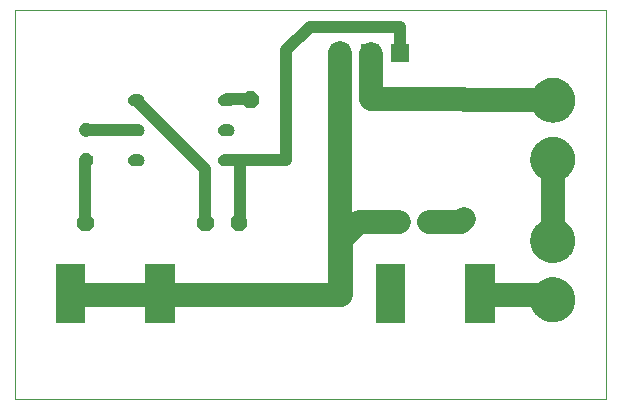
<source format=gtl>
G75*
G71*
%OFA0B0*%
%FSLAX23Y23*%
%IPPOS*%
%LPD*%
%ADD10C,0.1*%
%ADD11C,0.508*%
%ADD12C,1.016*%
%ADD13C,0.305*%
%ADD14C,2.032*%
%LPD*%D10*
X0Y0D02*
X0Y100D01*
X0Y200D01*
X0Y299D01*
X0Y399D01*
X0Y499D01*
X0Y599D01*
X0Y699D01*
X0Y798D01*
X0Y898D01*
X0Y998D01*
X0Y1098D01*
X0Y1198D01*
X0Y1297D01*
X0Y1397D01*
X0Y1497D01*
X0Y1597D01*
X0Y1697D01*
X0Y1796D01*
X0Y1896D01*
X0Y1996D01*
X0Y2096D01*
X0Y2196D01*
X0Y2295D01*
X0Y2395D01*
X0Y2495D01*
X0Y2595D01*
X0Y2695D01*
X0Y2794D01*
X0Y2894D01*
X0Y2994D01*
X0Y3094D01*
X0Y3193D01*
X0Y3293D01*
X0Y3393D01*
X0Y3493D01*
X0Y3593D01*
X0Y3692D01*
X0Y3792D01*
X0Y3892D01*
X0Y3992D01*
X0Y4092D01*
X0Y4191D01*
X0Y4291D01*
X0Y4391D01*
X0Y4491D01*
X0Y4591D01*
X0Y4690D01*
X0Y4790D01*
X0Y4890D01*
X0Y4990D01*
X0Y5090D01*
X0Y5189D01*
X0Y5289D01*
X0Y5389D01*
X0Y5489D01*
X0Y5589D01*
X0Y5688D01*
X0Y5788D01*
X0Y5888D01*
X0Y5988D01*
X0Y6088D01*
X0Y6187D01*
X0Y6287D01*
X0Y6387D01*
X0Y6487D01*
X0Y6587D01*
X0Y6686D01*
X0Y6786D01*
X0Y6886D01*
X0Y6986D01*
X0Y7086D01*
X0Y7185D01*
X0Y7285D01*
X0Y7385D01*
X0Y7485D01*
X0Y7585D01*
X0Y7684D01*
X0Y7784D01*
X0Y7884D01*
X0Y7984D01*
X0Y8084D01*
X0Y8183D01*
X0Y8283D01*
X0Y8383D01*
X0Y8483D01*
X0Y8583D01*
X0Y8682D01*
X0Y8782D01*
X0Y8882D01*
X0Y8982D01*
X0Y9081D01*
X0Y9181D01*
X0Y9281D01*
X0Y9381D01*
X0Y9481D01*
X0Y9580D01*
X0Y9680D01*
X0Y9780D01*
X0Y9880D01*
X0Y9980D01*
X0Y10079D01*
X0Y10179D01*
X0Y10279D01*
X0Y10379D01*
X0Y10479D01*
X0Y10578D01*
X0Y10678D01*
X0Y10778D01*
X0Y10878D01*
X0Y10978D01*
X0Y11077D01*
X0Y11177D01*
X0Y11277D01*
X0Y11377D01*
X0Y11477D01*
X0Y11576D01*
X0Y11676D01*
X0Y11776D01*
X0Y11876D01*
X0Y11976D01*
X0Y12075D01*
X0Y12175D01*
X0Y12275D01*
X0Y12375D01*
X0Y12475D01*
X0Y12574D01*
X0Y12674D01*
X0Y12774D01*
X0Y12874D01*
X0Y12974D01*
X0Y13073D01*
X0Y13173D01*
X0Y13273D01*
X0Y13373D01*
X0Y13473D01*
X0Y13572D01*
X0Y13672D01*
X0Y13772D01*
X0Y13872D01*
X0Y13972D01*
X0Y14071D01*
X0Y14171D01*
X0Y14271D01*
X0Y14371D01*
X0Y14471D01*
X0Y14570D01*
X0Y14670D01*
X0Y14770D01*
X0Y14870D01*
X0Y14970D01*
X0Y15069D01*
X0Y15169D01*
X0Y15269D01*
X0Y15369D01*
X0Y15469D01*
X0Y15568D01*
X0Y15668D01*
X0Y15768D01*
X0Y15868D01*
X0Y15967D01*
X0Y16067D01*
X0Y16167D01*
X0Y16267D01*
X0Y16367D01*
X0Y16466D01*
X0Y16566D01*
X0Y16666D01*
X0Y16766D01*
X0Y16866D01*
X0Y16965D01*
X0Y17065D01*
X0Y17165D01*
X0Y17265D01*
X0Y17365D01*
X0Y17464D01*
X0Y17564D01*
X0Y17664D01*
X0Y17764D01*
X0Y17864D01*
X0Y17963D01*
X0Y18063D01*
X0Y18163D01*
X0Y18263D01*
X0Y18363D01*
X0Y18462D01*
X0Y18562D01*
X0Y18662D01*
X0Y18762D01*
X0Y18862D01*
X0Y18961D01*
X0Y19061D01*
X0Y19161D01*
X0Y19261D01*
X0Y19361D01*
X0Y19460D01*
X0Y19560D01*
X0Y19660D01*
X0Y19760D01*
X0Y19860D01*
X0Y19959D01*
X0Y20059D01*
X0Y20159D01*
X0Y20259D01*
X0Y20359D01*
X0Y20458D01*
X0Y20558D01*
X0Y20658D01*
X0Y20758D01*
X0Y20858D01*
X0Y20957D01*
X0Y21057D01*
X0Y21157D01*
X0Y21257D01*
X0Y21357D01*
X0Y21456D01*
X0Y21556D01*
X0Y21656D01*
X0Y21756D01*
X0Y21856D01*
X0Y21955D01*
X0Y22055D01*
X0Y22155D01*
X0Y22255D01*
X0Y22355D01*
X0Y22454D01*
X0Y22554D01*
X0Y22654D01*
X0Y22754D01*
X0Y22853D01*
X0Y22953D01*
X0Y23053D01*
X0Y23153D01*
X0Y23253D01*
X0Y23352D01*
X0Y23452D01*
X0Y23552D01*
X0Y23652D01*
X0Y23752D01*
X0Y23851D01*
X0Y23951D01*
X0Y24051D01*
X0Y24151D01*
X0Y24251D01*
X0Y24350D01*
X0Y24450D01*
X0Y24550D01*
X0Y24650D01*
X0Y24750D01*
X0Y24849D01*
X0Y24949D01*
X0Y25049D01*
X0Y25149D01*
X0Y25249D01*
X0Y25348D01*
X0Y25448D01*
X0Y25548D01*
X0Y25648D01*
X0Y25748D01*
X0Y25847D01*
X0Y25947D01*
X0Y26047D01*
X0Y26147D01*
X0Y26247D01*
X0Y26346D01*
X0Y26446D01*
X0Y26546D01*
X0Y26646D01*
X0Y26746D01*
X0Y26845D01*
X0Y26945D01*
X0Y27045D01*
X0Y27145D01*
X0Y27245D01*
X0Y27344D01*
X0Y27444D01*
X0Y27544D01*
X0Y27644D01*
X0Y27744D01*
X0Y27843D01*
X0Y27943D01*
X0Y28043D01*
X0Y28143D01*
X0Y28243D01*
X0Y28342D01*
X0Y28442D01*
X0Y28542D01*
X0Y28642D01*
X0Y28742D01*
X0Y28841D01*
X0Y28941D01*
X0Y29041D01*
X0Y29141D01*
X0Y29241D01*
X0Y29340D01*
X0Y29440D01*
X0Y29540D01*
X0Y29640D01*
X0Y29740D01*
X0Y29839D01*
X0Y29939D01*
X0Y30039D01*
X0Y30139D01*
X0Y30239D01*
X0Y30338D01*
X0Y30438D01*
X0Y30538D01*
X0Y30638D01*
X0Y30737D01*
X0Y30837D01*
X0Y30937D01*
X0Y31037D01*
X0Y31137D01*
X0Y31236D01*
X0Y31336D01*
X0Y31436D01*
X0Y31536D01*
X0Y31636D01*
X0Y31735D01*
X0Y31835D01*
X0Y31935D01*
X0Y32035D01*
X0Y32135D01*
X0Y32234D01*
X0Y32334D01*
X0Y32434D01*
X0Y32534D01*
X0Y32634D01*
X0Y32733D01*
X0Y32833D01*
X0Y32933D01*
X100Y32933D01*
X200Y32933D01*
X300Y32933D01*
X400Y32933D01*
X500Y32933D01*
X600Y32933D01*
X700Y32933D01*
X800Y32933D01*
X900Y32933D01*
X1000Y32933D01*
X1100Y32933D01*
X1200Y32933D01*
X1300Y32933D01*
X1400Y32933D01*
X1500Y32933D01*
X1600Y32933D01*
X1700Y32933D01*
X1800Y32933D01*
X1900Y32933D01*
X2000Y32933D01*
X2100Y32933D01*
X2200Y32933D01*
X2300Y32933D01*
X2400Y32933D01*
X2500Y32933D01*
X2600Y32933D01*
X2700Y32933D01*
X2800Y32933D01*
X2900Y32933D01*
X3000Y32933D01*
X3100Y32933D01*
X3200Y32933D01*
X3300Y32933D01*
X3400Y32933D01*
X3500Y32933D01*
X3600Y32933D01*
X3700Y32933D01*
X3800Y32933D01*
X3900Y32933D01*
X4000Y32933D01*
X4100Y32933D01*
X4200Y32933D01*
X4300Y32933D01*
X4400Y32933D01*
X4500Y32933D01*
X4600Y32933D01*
X4700Y32933D01*
X4800Y32933D01*
X4900Y32933D01*
X5000Y32933D01*
X5100Y32933D01*
X5200Y32933D01*
X5300Y32933D01*
X5400Y32933D01*
X5500Y32933D01*
X5600Y32933D01*
X5700Y32933D01*
X5800Y32933D01*
X5900Y32933D01*
X6000Y32933D01*
X6100Y32933D01*
X6200Y32933D01*
X6300Y32933D01*
X6400Y32933D01*
X6500Y32933D01*
X6600Y32933D01*
X6700Y32933D01*
X6800Y32933D01*
X6900Y32933D01*
X7000Y32933D01*
X7100Y32933D01*
X7200Y32933D01*
X7300Y32933D01*
X7400Y32933D01*
X7500Y32933D01*
X7600Y32933D01*
X7700Y32933D01*
X7800Y32933D01*
X7900Y32933D01*
X8000Y32933D01*
X8100Y32933D01*
X8200Y32933D01*
X8300Y32933D01*
X8400Y32933D01*
X8500Y32933D01*
X8600Y32933D01*
X8700Y32933D01*
X8800Y32933D01*
X8900Y32933D01*
X9000Y32933D01*
X9100Y32933D01*
X9200Y32933D01*
X9300Y32933D01*
X9400Y32933D01*
X9500Y32933D01*
X9600Y32933D01*
X9700Y32933D01*
X9800Y32933D01*
X9900Y32933D01*
X10000Y32933D01*
X10100Y32933D01*
X10200Y32933D01*
X10300Y32933D01*
X10400Y32933D01*
X10500Y32933D01*
X10600Y32933D01*
X10700Y32933D01*
X10800Y32933D01*
X10900Y32933D01*
X11000Y32933D01*
X11100Y32933D01*
X11200Y32933D01*
X11300Y32933D01*
X11400Y32933D01*
X11500Y32933D01*
X11600Y32933D01*
X11700Y32933D01*
X11800Y32933D01*
X11900Y32933D01*
X12000Y32933D01*
X12100Y32933D01*
X12200Y32933D01*
X12300Y32933D01*
X12400Y32933D01*
X12500Y32933D01*
X12600Y32933D01*
X12700Y32933D01*
X12800Y32933D01*
X12900Y32933D01*
X13000Y32933D01*
X13100Y32933D01*
X13200Y32933D01*
X13300Y32933D01*
X13400Y32933D01*
X13500Y32933D01*
X13600Y32933D01*
X13700Y32933D01*
X13800Y32933D01*
X13900Y32933D01*
X14000Y32933D01*
X14100Y32933D01*
X14200Y32933D01*
X14300Y32933D01*
X14400Y32933D01*
X14500Y32933D01*
X14600Y32933D01*
X14700Y32933D01*
X14800Y32933D01*
X14900Y32933D01*
X15000Y32933D01*
X15100Y32933D01*
X15200Y32933D01*
X15300Y32933D01*
X15400Y32933D01*
X15500Y32933D01*
X15600Y32933D01*
X15700Y32933D01*
X15800Y32933D01*
X15900Y32933D01*
X16000Y32933D01*
X16100Y32933D01*
X16200Y32933D01*
X16300Y32933D01*
X16400Y32933D01*
X16500Y32933D01*
X16600Y32933D01*
X16700Y32933D01*
X16800Y32933D01*
X16900Y32933D01*
X17000Y32933D01*
X17100Y32933D01*
X17200Y32933D01*
X17300Y32933D01*
X17400Y32933D01*
X17500Y32933D01*
X17600Y32933D01*
X17700Y32933D01*
X17800Y32933D01*
X17900Y32933D01*
X18000Y32933D01*
X18100Y32933D01*
X18200Y32933D01*
X18300Y32933D01*
X18400Y32933D01*
X18500Y32933D01*
X18600Y32933D01*
X18700Y32933D01*
X18800Y32933D01*
X18900Y32933D01*
X19000Y32933D01*
X19100Y32933D01*
X19200Y32933D01*
X19300Y32933D01*
X19400Y32933D01*
X19500Y32933D01*
X19600Y32933D01*
X19700Y32933D01*
X19800Y32933D01*
X19900Y32933D01*
X20000Y32933D01*
X20100Y32933D01*
X20200Y32933D01*
X20300Y32933D01*
X20400Y32933D01*
X20500Y32933D01*
X20600Y32933D01*
X20700Y32933D01*
X20800Y32933D01*
X20900Y32933D01*
X21000Y32933D01*
X21100Y32933D01*
X21200Y32933D01*
X21300Y32933D01*
X21400Y32933D01*
X21500Y32933D01*
X21600Y32933D01*
X21700Y32933D01*
X21800Y32933D01*
X21900Y32933D01*
X22000Y32933D01*
X22100Y32933D01*
X22200Y32933D01*
X22300Y32933D01*
X22400Y32933D01*
X22500Y32933D01*
X22600Y32933D01*
X22700Y32933D01*
X22800Y32933D01*
X22900Y32933D01*
X23000Y32933D01*
X23100Y32933D01*
X23200Y32933D01*
X23300Y32933D01*
X23400Y32933D01*
X23500Y32933D01*
X23600Y32933D01*
X23700Y32933D01*
X23800Y32933D01*
X23900Y32933D01*
X24000Y32933D01*
X24100Y32933D01*
X24200Y32933D01*
X24300Y32933D01*
X24400Y32933D01*
X24500Y32933D01*
X24600Y32933D01*
X24700Y32933D01*
X24800Y32933D01*
X24900Y32933D01*
X25000Y32933D01*
X25100Y32933D01*
X25200Y32933D01*
X25300Y32933D01*
X25400Y32933D01*
X25500Y32933D01*
X25600Y32933D01*
X25700Y32933D01*
X25800Y32933D01*
X25900Y32933D01*
X26000Y32933D01*
X26100Y32933D01*
X26200Y32933D01*
X26300Y32933D01*
X26400Y32933D01*
X26500Y32933D01*
X26600Y32933D01*
X26700Y32933D01*
X26800Y32933D01*
X26900Y32933D01*
X27000Y32933D01*
X27100Y32933D01*
X27200Y32933D01*
X27300Y32933D01*
X27400Y32933D01*
X27500Y32933D01*
X27600Y32933D01*
X27700Y32933D01*
X27800Y32933D01*
X27900Y32933D01*
X28000Y32933D01*
X28100Y32933D01*
X28200Y32933D01*
X28300Y32933D01*
X28400Y32933D01*
X28500Y32933D01*
X28600Y32933D01*
X28700Y32933D01*
X28800Y32933D01*
X28900Y32933D01*
X29000Y32933D01*
X29100Y32933D01*
X29200Y32933D01*
X29300Y32933D01*
X29400Y32933D01*
X29500Y32933D01*
X29600Y32933D01*
X29700Y32933D01*
X29800Y32933D01*
X29900Y32933D01*
X30000Y32933D01*
X30100Y32933D01*
X30200Y32933D01*
X30300Y32933D01*
X30400Y32933D01*
X30500Y32933D01*
X30600Y32933D01*
X30700Y32933D01*
X30800Y32933D01*
X30900Y32933D01*
X31000Y32933D01*
X31100Y32933D01*
X31200Y32933D01*
X31300Y32933D01*
X31400Y32933D01*
X31500Y32933D01*
X31600Y32933D01*
X31700Y32933D01*
X31800Y32933D01*
X31900Y32933D01*
X32000Y32933D01*
X32100Y32933D01*
X32200Y32933D01*
X32300Y32933D01*
X32400Y32933D01*
X32500Y32933D01*
X32600Y32933D01*
X32700Y32933D01*
X32800Y32933D01*
X32900Y32933D01*
X33000Y32933D01*
X33100Y32933D01*
X33200Y32933D01*
X33300Y32933D01*
X33400Y32933D01*
X33500Y32933D01*
X33600Y32933D01*
X33700Y32933D01*
X33800Y32933D01*
X33900Y32933D01*
X34000Y32933D01*
X34100Y32933D01*
X34200Y32933D01*
X34300Y32933D01*
X34400Y32933D01*
X34500Y32933D01*
X34600Y32933D01*
X34700Y32933D01*
X34800Y32933D01*
X34900Y32933D01*
X35000Y32933D01*
X35100Y32933D01*
X35200Y32933D01*
X35300Y32933D01*
X35400Y32933D01*
X35500Y32933D01*
X35600Y32933D01*
X35700Y32933D01*
X35800Y32933D01*
X35900Y32933D01*
X36000Y32933D01*
X36100Y32933D01*
X36200Y32933D01*
X36300Y32933D01*
X36400Y32933D01*
X36500Y32933D01*
X36600Y32933D01*
X36700Y32933D01*
X36800Y32933D01*
X36900Y32933D01*
X37000Y32933D01*
X37100Y32933D01*
X37200Y32933D01*
X37300Y32933D01*
X37400Y32933D01*
X37500Y32933D01*
X37600Y32933D01*
X37700Y32933D01*
X37800Y32933D01*
X37900Y32933D01*
X38000Y32933D01*
X38100Y32933D01*
X38200Y32933D01*
X38300Y32933D01*
X38400Y32933D01*
X38500Y32933D01*
X38600Y32933D01*
X38700Y32933D01*
X38800Y32933D01*
X38900Y32933D01*
X39000Y32933D01*
X39100Y32933D01*
X39200Y32933D01*
X39300Y32933D01*
X39400Y32933D01*
X39500Y32933D01*
X39600Y32933D01*
X39700Y32933D01*
X39800Y32933D01*
X39900Y32933D01*
X40000Y32933D01*
X40100Y32933D01*
X40200Y32933D01*
X40300Y32933D01*
X40400Y32933D01*
X40500Y32933D01*
X40600Y32933D01*
X40700Y32933D01*
X40800Y32933D01*
X40900Y32933D01*
X41000Y32933D01*
X41100Y32933D01*
X41200Y32933D01*
X41300Y32933D01*
X41400Y32933D01*
X41500Y32933D01*
X41600Y32933D01*
X41700Y32933D01*
X41800Y32933D01*
X41900Y32933D01*
X42000Y32933D01*
X42100Y32933D01*
X42200Y32933D01*
X42300Y32933D01*
X42400Y32933D01*
X42500Y32933D01*
X42600Y32933D01*
X42700Y32933D01*
X42800Y32933D01*
X42900Y32933D01*
X43000Y32933D01*
X43100Y32933D01*
X43200Y32933D01*
X43300Y32933D01*
X43400Y32933D01*
X43500Y32933D01*
X43600Y32933D01*
X43700Y32933D01*
X43800Y32933D01*
X43900Y32933D01*
X44000Y32933D01*
X44100Y32933D01*
X44200Y32933D01*
X44300Y32933D01*
X44400Y32933D01*
X44500Y32933D01*
X44600Y32933D01*
X44700Y32933D01*
X44800Y32933D01*
X44900Y32933D01*
X45000Y32933D01*
X45100Y32933D01*
X45200Y32933D01*
X45300Y32933D01*
X45400Y32933D01*
X45500Y32933D01*
X45600Y32933D01*
X45700Y32933D01*
X45800Y32933D01*
X45900Y32933D01*
X46000Y32933D01*
X46100Y32933D01*
X46200Y32933D01*
X46300Y32933D01*
X46400Y32933D01*
X46500Y32933D01*
X46600Y32933D01*
X46700Y32933D01*
X46800Y32933D01*
X46900Y32933D01*
X47000Y32933D01*
X47100Y32933D01*
X47200Y32933D01*
X47300Y32933D01*
X47400Y32933D01*
X47500Y32933D01*
X47600Y32933D01*
X47700Y32933D01*
X47800Y32933D01*
X47900Y32933D01*
X48000Y32933D01*
X48100Y32933D01*
X48200Y32933D01*
X48300Y32933D01*
X48400Y32933D01*
X48500Y32933D01*
X48600Y32933D01*
X48700Y32933D01*
X48800Y32933D01*
X48900Y32933D01*
X49000Y32933D01*
X49100Y32933D01*
X49200Y32933D01*
X49300Y32933D01*
X49400Y32933D01*
X49500Y32933D01*
X49600Y32933D01*
X49700Y32933D01*
X49800Y32933D01*
X49900Y32933D01*
X50000Y32933D01*
X50000Y32833D01*
X50000Y32734D01*
X50000Y32634D01*
X50000Y32534D01*
X50000Y32434D01*
X50000Y32334D01*
X50000Y32235D01*
X50000Y32135D01*
X50000Y32035D01*
X50000Y31935D01*
X50000Y31835D01*
X50000Y31736D01*
X50000Y31636D01*
X50000Y31536D01*
X50000Y31436D01*
X50000Y31336D01*
X50000Y31237D01*
X50000Y31137D01*
X50000Y31037D01*
X50000Y30937D01*
X50000Y30837D01*
X50000Y30738D01*
X50000Y30638D01*
X50000Y30538D01*
X50000Y30438D01*
X50000Y30338D01*
X50000Y30239D01*
X50000Y30139D01*
X50000Y30039D01*
X50000Y29939D01*
X50000Y29839D01*
X50000Y29740D01*
X50000Y29640D01*
X50000Y29540D01*
X50000Y29440D01*
X50000Y29340D01*
X50000Y29241D01*
X50000Y29141D01*
X50000Y29041D01*
X50000Y28941D01*
X50000Y28841D01*
X50000Y28742D01*
X50000Y28642D01*
X50000Y28542D01*
X50000Y28442D01*
X50000Y28342D01*
X50000Y28243D01*
X50000Y28143D01*
X50000Y28043D01*
X50000Y27943D01*
X50000Y27843D01*
X50000Y27744D01*
X50000Y27644D01*
X50000Y27544D01*
X50000Y27444D01*
X50000Y27344D01*
X50000Y27245D01*
X50000Y27145D01*
X50000Y27045D01*
X50000Y26945D01*
X50000Y26845D01*
X50000Y26746D01*
X50000Y26646D01*
X50000Y26546D01*
X50000Y26446D01*
X50000Y26347D01*
X50000Y26247D01*
X50000Y26147D01*
X50000Y26047D01*
X50000Y25947D01*
X50000Y25848D01*
X50000Y25748D01*
X50000Y25648D01*
X50000Y25548D01*
X50000Y25448D01*
X50000Y25349D01*
X50000Y25249D01*
X50000Y25149D01*
X50000Y25049D01*
X50000Y24949D01*
X50000Y24850D01*
X50000Y24750D01*
X50000Y24650D01*
X50000Y24550D01*
X50000Y24450D01*
X50000Y24351D01*
X50000Y24251D01*
X50000Y24151D01*
X50000Y24051D01*
X50000Y23951D01*
X50000Y23852D01*
X50000Y23752D01*
X50000Y23652D01*
X50000Y23552D01*
X50000Y23452D01*
X50000Y23353D01*
X50000Y23253D01*
X50000Y23153D01*
X50000Y23053D01*
X50000Y22953D01*
X50000Y22854D01*
X50000Y22754D01*
X50000Y22654D01*
X50000Y22554D01*
X50000Y22454D01*
X50000Y22355D01*
X50000Y22255D01*
X50000Y22155D01*
X50000Y22055D01*
X50000Y21955D01*
X50000Y21856D01*
X50000Y21756D01*
X50000Y21656D01*
X50000Y21556D01*
X50000Y21456D01*
X50000Y21357D01*
X50000Y21257D01*
X50000Y21157D01*
X50000Y21057D01*
X50000Y20957D01*
X50000Y20858D01*
X50000Y20758D01*
X50000Y20658D01*
X50000Y20558D01*
X50000Y20459D01*
X50000Y20359D01*
X50000Y20259D01*
X50000Y20159D01*
X50000Y20059D01*
X50000Y19960D01*
X50000Y19860D01*
X50000Y19760D01*
X50000Y19660D01*
X50000Y19560D01*
X50000Y19461D01*
X50000Y19361D01*
X50000Y19261D01*
X50000Y19161D01*
X50000Y19061D01*
X50000Y18962D01*
X50000Y18862D01*
X50000Y18762D01*
X50000Y18662D01*
X50000Y18562D01*
X50000Y18463D01*
X50000Y18363D01*
X50000Y18263D01*
X50000Y18163D01*
X50000Y18063D01*
X50000Y17964D01*
X50000Y17864D01*
X50000Y17764D01*
X50000Y17664D01*
X50000Y17564D01*
X50000Y17465D01*
X50000Y17365D01*
X50000Y17265D01*
X50000Y17165D01*
X50000Y17065D01*
X50000Y16966D01*
X50000Y16866D01*
X50000Y16766D01*
X50000Y16666D01*
X50000Y16566D01*
X50000Y16467D01*
X50000Y16367D01*
X50000Y16267D01*
X50000Y16167D01*
X50000Y16067D01*
X50000Y15968D01*
X50000Y15868D01*
X50000Y15768D01*
X50000Y15668D01*
X50000Y15568D01*
X50000Y15469D01*
X50000Y15369D01*
X50000Y15269D01*
X50000Y15169D01*
X50000Y15069D01*
X50000Y14970D01*
X50000Y14870D01*
X50000Y14770D01*
X50000Y14670D01*
X50000Y14570D01*
X50000Y14471D01*
X50000Y14371D01*
X50000Y14271D01*
X50000Y14171D01*
X50000Y14071D01*
X50000Y13972D01*
X50000Y13872D01*
X50000Y13772D01*
X50000Y13672D01*
X50000Y13573D01*
X50000Y13473D01*
X50000Y13373D01*
X50000Y13273D01*
X50000Y13173D01*
X50000Y13074D01*
X50000Y12974D01*
X50000Y12874D01*
X50000Y12774D01*
X50000Y12674D01*
X50000Y12575D01*
X50000Y12475D01*
X50000Y12375D01*
X50000Y12275D01*
X50000Y12175D01*
X50000Y12076D01*
X50000Y11976D01*
X50000Y11876D01*
X50000Y11776D01*
X50000Y11676D01*
X50000Y11577D01*
X50000Y11477D01*
X50000Y11377D01*
X50000Y11277D01*
X50000Y11177D01*
X50000Y11078D01*
X50000Y10978D01*
X50000Y10878D01*
X50000Y10778D01*
X50000Y10678D01*
X50000Y10579D01*
X50000Y10479D01*
X50000Y10379D01*
X50000Y10279D01*
X50000Y10179D01*
X50000Y10080D01*
X50000Y9980D01*
X50000Y9880D01*
X50000Y9780D01*
X50000Y9680D01*
X50000Y9581D01*
X50000Y9481D01*
X50000Y9381D01*
X50000Y9281D01*
X50000Y9181D01*
X50000Y9082D01*
X50000Y8982D01*
X50000Y8882D01*
X50000Y8782D01*
X50000Y8682D01*
X50000Y8583D01*
X50000Y8483D01*
X50000Y8383D01*
X50000Y8283D01*
X50000Y8183D01*
X50000Y8084D01*
X50000Y7984D01*
X50000Y7884D01*
X50000Y7784D01*
X50000Y7684D01*
X50000Y7585D01*
X50000Y7485D01*
X50000Y7385D01*
X50000Y7285D01*
X50000Y7185D01*
X50000Y7086D01*
X50000Y6986D01*
X50000Y6886D01*
X50000Y6786D01*
X50000Y6686D01*
X50000Y6587D01*
X50000Y6487D01*
X50000Y6387D01*
X50000Y6287D01*
X50000Y6188D01*
X50000Y6088D01*
X50000Y5988D01*
X50000Y5888D01*
X50000Y5788D01*
X50000Y5689D01*
X50000Y5589D01*
X50000Y5489D01*
X50000Y5389D01*
X50000Y5289D01*
X50000Y5190D01*
X50000Y5090D01*
X50000Y4990D01*
X50000Y4890D01*
X50000Y4790D01*
X50000Y4691D01*
X50000Y4591D01*
X50000Y4491D01*
X50000Y4391D01*
X50000Y4291D01*
X50000Y4192D01*
X50000Y4092D01*
X50000Y3992D01*
X50000Y3892D01*
X50000Y3792D01*
X50000Y3693D01*
X50000Y3593D01*
X50000Y3493D01*
X50000Y3393D01*
X50000Y3293D01*
X50000Y3194D01*
X50000Y3094D01*
X50000Y2994D01*
X50000Y2894D01*
X50000Y2794D01*
X50000Y2695D01*
X50000Y2595D01*
X50000Y2495D01*
X50000Y2395D01*
X50000Y2295D01*
X50000Y2196D01*
X50000Y2096D01*
X50000Y1996D01*
X50000Y1896D01*
X50000Y1796D01*
X50000Y1697D01*
X50000Y1597D01*
X50000Y1497D01*
X50000Y1397D01*
X50000Y1297D01*
X50000Y1198D01*
X50000Y1098D01*
X50000Y998D01*
X50000Y898D01*
X50000Y798D01*
X50000Y699D01*
X50000Y599D01*
X50000Y499D01*
X50000Y399D01*
X50000Y299D01*
X50000Y200D01*
X50000Y100D01*
X50000Y0D01*
X49900Y0D01*
X49800Y0D01*
X49700Y0D01*
X49600Y0D01*
X49500Y0D01*
X49400Y0D01*
X49300Y0D01*
X49200Y0D01*
X49100Y0D01*
X49000Y0D01*
X48900Y0D01*
X48800Y0D01*
X48700Y0D01*
X48600Y0D01*
X48500Y0D01*
X48400Y0D01*
X48300Y0D01*
X48200Y0D01*
X48100Y0D01*
X48000Y0D01*
X47900Y0D01*
X47800Y0D01*
X47700Y0D01*
X47600Y0D01*
X47500Y0D01*
X47400Y0D01*
X47300Y0D01*
X47200Y0D01*
X47100Y0D01*
X47000Y0D01*
X46900Y0D01*
X46800Y0D01*
X46700Y0D01*
X46600Y0D01*
X46500Y0D01*
X46400Y0D01*
X46300Y0D01*
X46200Y0D01*
X46100Y0D01*
X46000Y0D01*
X45900Y0D01*
X45800Y0D01*
X45700Y0D01*
X45600Y0D01*
X45500Y0D01*
X45400Y0D01*
X45300Y0D01*
X45200Y0D01*
X45100Y0D01*
X45000Y0D01*
X44900Y0D01*
X44800Y0D01*
X44700Y0D01*
X44600Y0D01*
X44500Y0D01*
X44400Y0D01*
X44300Y0D01*
X44200Y0D01*
X44100Y0D01*
X44000Y0D01*
X43900Y0D01*
X43800Y0D01*
X43700Y0D01*
X43600Y0D01*
X43500Y0D01*
X43400Y0D01*
X43300Y0D01*
X43200Y0D01*
X43100Y0D01*
X43000Y0D01*
X42900Y0D01*
X42800Y0D01*
X42700Y0D01*
X42600Y0D01*
X42500Y0D01*
X42400Y0D01*
X42300Y0D01*
X42200Y0D01*
X42100Y0D01*
X42000Y0D01*
X41900Y0D01*
X41800Y0D01*
X41700Y0D01*
X41600Y0D01*
X41500Y0D01*
X41400Y0D01*
X41300Y0D01*
X41200Y0D01*
X41100Y0D01*
X41000Y0D01*
X40900Y0D01*
X40800Y0D01*
X40700Y0D01*
X40600Y0D01*
X40500Y0D01*
X40400Y0D01*
X40300Y0D01*
X40200Y0D01*
X40100Y0D01*
X40000Y0D01*
X39900Y0D01*
X39800Y0D01*
X39700Y0D01*
X39600Y0D01*
X39500Y0D01*
X39400Y0D01*
X39300Y0D01*
X39200Y0D01*
X39100Y0D01*
X39000Y0D01*
X38900Y0D01*
X38800Y0D01*
X38700Y0D01*
X38600Y0D01*
X38500Y0D01*
X38400Y0D01*
X38300Y0D01*
X38200Y0D01*
X38100Y0D01*
X38000Y0D01*
X37900Y0D01*
X37800Y0D01*
X37700Y0D01*
X37600Y0D01*
X37500Y0D01*
X37400Y0D01*
X37300Y0D01*
X37200Y0D01*
X37100Y0D01*
X37000Y0D01*
X36900Y0D01*
X36800Y0D01*
X36700Y0D01*
X36600Y0D01*
X36500Y0D01*
X36400Y0D01*
X36300Y0D01*
X36200Y0D01*
X36100Y0D01*
X36000Y0D01*
X35900Y0D01*
X35800Y0D01*
X35700Y0D01*
X35600Y0D01*
X35500Y0D01*
X35400Y0D01*
X35300Y0D01*
X35200Y0D01*
X35100Y0D01*
X35000Y0D01*
X34900Y0D01*
X34800Y0D01*
X34700Y0D01*
X34600Y0D01*
X34500Y0D01*
X34400Y0D01*
X34300Y0D01*
X34200Y0D01*
X34100Y0D01*
X34000Y0D01*
X33900Y0D01*
X33800Y0D01*
X33700Y0D01*
X33600Y0D01*
X33500Y0D01*
X33400Y0D01*
X33300Y0D01*
X33200Y0D01*
X33100Y0D01*
X33000Y0D01*
X32900Y0D01*
X32800Y0D01*
X32700Y0D01*
X32600Y0D01*
X32500Y0D01*
X32400Y0D01*
X32300Y0D01*
X32200Y0D01*
X32100Y0D01*
X32000Y0D01*
X31900Y0D01*
X31800Y0D01*
X31700Y0D01*
X31600Y0D01*
X31500Y0D01*
X31400Y0D01*
X31300Y0D01*
X31200Y0D01*
X31100Y0D01*
X31000Y0D01*
X30900Y0D01*
X30800Y0D01*
X30700Y0D01*
X30600Y0D01*
X30500Y0D01*
X30400Y0D01*
X30300Y0D01*
X30200Y0D01*
X30100Y0D01*
X30000Y0D01*
X29900Y0D01*
X29800Y0D01*
X29700Y0D01*
X29600Y0D01*
X29500Y0D01*
X29400Y0D01*
X29300Y0D01*
X29200Y0D01*
X29100Y0D01*
X29000Y0D01*
X28900Y0D01*
X28800Y0D01*
X28700Y0D01*
X28600Y0D01*
X28500Y0D01*
X28400Y0D01*
X28300Y0D01*
X28200Y0D01*
X28100Y0D01*
X28000Y0D01*
X27900Y0D01*
X27800Y0D01*
X27700Y0D01*
X27600Y0D01*
X27500Y0D01*
X27400Y0D01*
X27300Y0D01*
X27200Y0D01*
X27100Y0D01*
X27000Y0D01*
X26900Y0D01*
X26800Y0D01*
X26700Y0D01*
X26600Y0D01*
X26500Y0D01*
X26400Y0D01*
X26300Y0D01*
X26200Y0D01*
X26100Y0D01*
X26000Y0D01*
X25900Y0D01*
X25800Y0D01*
X25700Y0D01*
X25600Y0D01*
X25500Y0D01*
X25400Y0D01*
X25300Y0D01*
X25200Y0D01*
X25100Y0D01*
X25000Y0D01*
X24900Y0D01*
X24800Y0D01*
X24700Y0D01*
X24600Y0D01*
X24500Y0D01*
X24400Y0D01*
X24300Y0D01*
X24200Y0D01*
X24100Y0D01*
X24000Y0D01*
X23900Y0D01*
X23800Y0D01*
X23700Y0D01*
X23600Y0D01*
X23500Y0D01*
X23400Y0D01*
X23300Y0D01*
X23200Y0D01*
X23100Y0D01*
X23000Y0D01*
X22900Y0D01*
X22800Y0D01*
X22700Y0D01*
X22600Y0D01*
X22500Y0D01*
X22400Y0D01*
X22300Y0D01*
X22200Y0D01*
X22100Y0D01*
X22000Y0D01*
X21900Y0D01*
X21800Y0D01*
X21700Y0D01*
X21600Y0D01*
X21500Y0D01*
X21400Y0D01*
X21300Y0D01*
X21200Y0D01*
X21100Y0D01*
X21000Y0D01*
X20900Y0D01*
X20800Y0D01*
X20700Y0D01*
X20600Y0D01*
X20500Y0D01*
X20400Y0D01*
X20300Y0D01*
X20200Y0D01*
X20100Y0D01*
X20000Y0D01*
X19900Y0D01*
X19800Y0D01*
X19700Y0D01*
X19600Y0D01*
X19500Y0D01*
X19400Y0D01*
X19300Y0D01*
X19200Y0D01*
X19100Y0D01*
X19000Y0D01*
X18900Y0D01*
X18800Y0D01*
X18700Y0D01*
X18600Y0D01*
X18500Y0D01*
X18400Y0D01*
X18300Y0D01*
X18200Y0D01*
X18100Y0D01*
X18000Y0D01*
X17900Y0D01*
X17800Y0D01*
X17700Y0D01*
X17600Y0D01*
X17500Y0D01*
X17400Y0D01*
X17300Y0D01*
X17200Y0D01*
X17100Y0D01*
X17000Y0D01*
X16900Y0D01*
X16800Y0D01*
X16700Y0D01*
X16600Y0D01*
X16500Y0D01*
X16400Y0D01*
X16300Y0D01*
X16200Y0D01*
X16100Y0D01*
X16000Y0D01*
X15900Y0D01*
X15800Y0D01*
X15700Y0D01*
X15600Y0D01*
X15500Y0D01*
X15400Y0D01*
X15300Y0D01*
X15200Y0D01*
X15100Y0D01*
X15000Y0D01*
X14900Y0D01*
X14800Y0D01*
X14700Y0D01*
X14600Y0D01*
X14500Y0D01*
X14400Y0D01*
X14300Y0D01*
X14200Y0D01*
X14100Y0D01*
X14000Y0D01*
X13900Y0D01*
X13800Y0D01*
X13700Y0D01*
X13600Y0D01*
X13500Y0D01*
X13400Y0D01*
X13300Y0D01*
X13200Y0D01*
X13100Y0D01*
X13000Y0D01*
X12900Y0D01*
X12800Y0D01*
X12700Y0D01*
X12600Y0D01*
X12500Y0D01*
X12400Y0D01*
X12300Y0D01*
X12200Y0D01*
X12100Y0D01*
X12000Y0D01*
X11900Y0D01*
X11800Y0D01*
X11700Y0D01*
X11600Y0D01*
X11500Y0D01*
X11400Y0D01*
X11300Y0D01*
X11200Y0D01*
X11100Y0D01*
X11000Y0D01*
X10900Y0D01*
X10800Y0D01*
X10700Y0D01*
X10600Y0D01*
X10500Y0D01*
X10400Y0D01*
X10300Y0D01*
X10200Y0D01*
X10100Y0D01*
X10000Y0D01*
X9900Y0D01*
X9800Y0D01*
X9700Y0D01*
X9600Y0D01*
X9500Y0D01*
X9400Y0D01*
X9300Y0D01*
X9200Y0D01*
X9100Y0D01*
X9000Y0D01*
X8900Y0D01*
X8800Y0D01*
X8700Y0D01*
X8600Y0D01*
X8500Y0D01*
X8400Y0D01*
X8300Y0D01*
X8200Y0D01*
X8100Y0D01*
X8000Y0D01*
X7900Y0D01*
X7800Y0D01*
X7700Y0D01*
X7600Y0D01*
X7500Y0D01*
X7400Y0D01*
X7300Y0D01*
X7200Y0D01*
X7100Y0D01*
X7000Y0D01*
X6900Y0D01*
X6800Y0D01*
X6700Y0D01*
X6600Y0D01*
X6500Y0D01*
X6400Y0D01*
X6300Y0D01*
X6200Y0D01*
X6100Y0D01*
X6000Y0D01*
X5900Y0D01*
X5800Y0D01*
X5700Y0D01*
X5600Y0D01*
X5500Y0D01*
X5400Y0D01*
X5300Y0D01*
X5200Y0D01*
X5100Y0D01*
X5000Y0D01*
X4900Y0D01*
X4800Y0D01*
X4700Y0D01*
X4600Y0D01*
X4500Y0D01*
X4400Y0D01*
X4300Y0D01*
X4200Y0D01*
X4100Y0D01*
X4000Y0D01*
X3900Y0D01*
X3800Y0D01*
X3700Y0D01*
X3600Y0D01*
X3500Y0D01*
X3400Y0D01*
X3300Y0D01*
X3200Y0D01*
X3100Y0D01*
X3000Y0D01*
X2900Y0D01*
X2800Y0D01*
X2700Y0D01*
X2600Y0D01*
X2500Y0D01*
X2400Y0D01*
X2300Y0D01*
X2200Y0D01*
X2100Y0D01*
X2000Y0D01*
X1900Y0D01*
X1800Y0D01*
X1700Y0D01*
X1600Y0D01*
X1500Y0D01*
X1400Y0D01*
X1300Y0D01*
X1200Y0D01*
X1100Y0D01*
X1000Y0D01*
X900Y0D01*
X800Y0D01*
X700Y0D01*
X600Y0D01*
X500Y0D01*
X400Y0D01*
X300Y0D01*
X200Y0D01*
X100Y0D01*
X0Y0D01*
X0Y0D01*
D11*
X5920Y20153D02*
X6000Y20233D01*
D12*
X5920Y20153D02*
X6000Y20233D01*
D12*
X5920Y14933D02*
X5920Y20153D01*
D12*
X6000Y20233D02*
X6000Y20233D01*
D12*
X5920Y14933D02*
X5920Y14933D01*
D12*
X16080Y19426D02*
X10236Y25271D01*
D12*
X16080Y14933D02*
X16080Y19426D01*
D12*
X10236Y25271D02*
X10236Y25271D01*
D12*
X16080Y14933D02*
X16080Y14933D01*
D13*
X6042Y22731D02*
X6000Y22773D01*
D12*
X6042Y22731D02*
X6000Y22773D01*
D12*
X10236Y22731D02*
X6042Y22731D01*
D12*
X6000Y22773D02*
X6000Y22773D01*
D13*
X17934Y25349D02*
X17856Y25271D01*
D12*
X17934Y25349D02*
X17856Y25271D01*
D12*
X19920Y25349D02*
X17934Y25349D01*
D12*
X17856Y25271D02*
X17856Y25271D01*
D13*
X17898Y20233D02*
X17856Y20191D01*
D13*
X17856Y20191D02*
X17856Y20191D01*
D12*
X32540Y29273D02*
X32540Y29273D01*
D12*
X17856Y20191D02*
X17856Y20191D01*
D12*
X19000Y15013D02*
X18920Y14933D01*
D12*
X22948Y29512D02*
X22948Y20210D01*
D12*
X24916Y31479D02*
X22948Y29512D01*
D12*
X32540Y31479D02*
X24916Y31479D01*
D12*
X32570Y29303D02*
X32540Y29273D01*
D12*
X32540Y31481D02*
X32540Y29273D01*
D12*
X17875Y20210D02*
X17856Y20191D01*
D12*
X22948Y20210D02*
X17875Y20210D01*
D12*
X19000Y15013D02*
X19000Y20212D01*
D13*
X17877Y20212D02*
X17856Y20191D01*
D13*
X19000Y20212D02*
X17877Y20212D01*
D13*
X27391Y29204D02*
X27460Y29273D01*
D14*
X27460Y29273D02*
X27460Y8795D01*
D14*
X4512Y8795D02*
X27537Y8795D01*
D14*
X32460Y14933D02*
X32460Y14933D01*
D14*
X29080Y14933D02*
X32460Y14933D01*
D14*
X27537Y13390D02*
X29080Y14933D01*
D14*
X27537Y8795D02*
X27537Y13390D01*
D14*
X4650Y8933D02*
X4512Y8795D01*
D13*
X38000Y15189D02*
X38000Y15189D01*
D14*
X37744Y14933D02*
X38000Y15189D01*
D14*
X35000Y14933D02*
X37744Y14933D01*
D14*
X38000Y15189D02*
X38000Y15189D01*
D14*
X45436Y25341D02*
X45500Y25277D01*
D14*
X45500Y25277D02*
X45500Y25277D01*
D13*
X30080Y29193D02*
X30000Y29273D01*
D14*
X30080Y25349D02*
X30080Y29193D01*
D13*
X30080Y25349D02*
X30080Y25349D01*
D14*
X38000Y25349D02*
X30080Y25349D01*
D13*
X38072Y25277D02*
X38000Y25349D01*
D14*
X45500Y25277D02*
X38072Y25277D01*
D14*
X44918Y8388D02*
X45500Y8388D01*
D14*
X45500Y8388D02*
X45500Y8388D01*
D14*
X45500Y8388D02*
X45906Y8795D01*
D14*
X39212Y8795D02*
X45906Y8795D01*
D14*
X39350Y8933D02*
X39212Y8795D01*
D14*
X45500Y13396D02*
X45500Y13256D01*
D14*
X45500Y20269D02*
X45500Y20269D01*
D14*
X45500Y13396D02*
X45500Y20269D01*
G36*
X10036Y25771D02*
X10436Y25771D01*
X10533Y25761D01*
X10627Y25733D01*
X10714Y25686D01*
X10789Y25624D01*
X10852Y25548D01*
X10898Y25462D01*
X10926Y25368D01*
X10936Y25271D01*
X10936Y25271D01*
X10926Y25173D01*
X10898Y25079D01*
X10852Y24993D01*
X10789Y24917D01*
X10714Y24855D01*
X10627Y24809D01*
X10533Y24780D01*
X10436Y24771D01*
X10036Y24771D01*
X9938Y24780D01*
X9844Y24809D01*
X9758Y24855D01*
X9682Y24917D01*
X9620Y24993D01*
X9574Y25079D01*
X9545Y25173D01*
X9536Y25271D01*
X9536Y25271D01*
X9545Y25368D01*
X9574Y25462D01*
X9620Y25548D01*
X9682Y25624D01*
X9758Y25686D01*
X9844Y25733D01*
X9938Y25761D01*
X10036Y25771D01*
G37*
G36*
X10036Y23231D02*
X10436Y23231D01*
X10533Y23221D01*
X10627Y23193D01*
X10714Y23146D01*
X10789Y23084D01*
X10852Y23008D01*
X10898Y22922D01*
X10926Y22828D01*
X10936Y22731D01*
X10936Y22731D01*
X10926Y22633D01*
X10898Y22539D01*
X10852Y22453D01*
X10789Y22377D01*
X10714Y22315D01*
X10627Y22269D01*
X10533Y22240D01*
X10436Y22231D01*
X10036Y22231D01*
X9938Y22240D01*
X9844Y22269D01*
X9758Y22315D01*
X9682Y22377D01*
X9620Y22453D01*
X9574Y22539D01*
X9545Y22633D01*
X9536Y22731D01*
X9536Y22731D01*
X9545Y22828D01*
X9574Y22922D01*
X9620Y23008D01*
X9682Y23084D01*
X9758Y23146D01*
X9844Y23193D01*
X9938Y23221D01*
X10036Y23231D01*
G37*
G36*
X10036Y20691D02*
X10436Y20691D01*
X10533Y20681D01*
X10627Y20653D01*
X10714Y20606D01*
X10789Y20544D01*
X10852Y20468D01*
X10898Y20382D01*
X10926Y20288D01*
X10936Y20191D01*
X10936Y20191D01*
X10926Y20093D01*
X10898Y19999D01*
X10852Y19913D01*
X10789Y19837D01*
X10714Y19775D01*
X10627Y19729D01*
X10533Y19700D01*
X10436Y19691D01*
X10036Y19691D01*
X9938Y19700D01*
X9844Y19729D01*
X9758Y19775D01*
X9682Y19837D01*
X9620Y19913D01*
X9574Y19999D01*
X9545Y20093D01*
X9536Y20191D01*
X9536Y20191D01*
X9545Y20288D01*
X9574Y20382D01*
X9620Y20468D01*
X9682Y20544D01*
X9758Y20606D01*
X9844Y20653D01*
X9938Y20681D01*
X10036Y20691D01*
G37*
G36*
X17656Y20691D02*
X18056Y20691D01*
X18153Y20681D01*
X18247Y20653D01*
X18334Y20606D01*
X18409Y20544D01*
X18472Y20468D01*
X18518Y20382D01*
X18546Y20288D01*
X18556Y20191D01*
X18556Y20191D01*
X18546Y20093D01*
X18518Y19999D01*
X18472Y19913D01*
X18409Y19837D01*
X18334Y19775D01*
X18247Y19729D01*
X18153Y19700D01*
X18056Y19691D01*
X17656Y19691D01*
X17558Y19700D01*
X17464Y19729D01*
X17378Y19775D01*
X17302Y19837D01*
X17240Y19913D01*
X17194Y19999D01*
X17165Y20093D01*
X17156Y20191D01*
X17156Y20191D01*
X17165Y20288D01*
X17194Y20382D01*
X17240Y20468D01*
X17302Y20544D01*
X17378Y20606D01*
X17464Y20653D01*
X17558Y20681D01*
X17656Y20691D01*
G37*
G36*
X17656Y25771D02*
X18056Y25771D01*
X18153Y25761D01*
X18247Y25733D01*
X18334Y25686D01*
X18409Y25624D01*
X18472Y25548D01*
X18518Y25462D01*
X18546Y25368D01*
X18556Y25271D01*
X18556Y25271D01*
X18546Y25173D01*
X18518Y25079D01*
X18472Y24993D01*
X18409Y24917D01*
X18334Y24855D01*
X18247Y24809D01*
X18153Y24780D01*
X18056Y24771D01*
X17656Y24771D01*
X17558Y24780D01*
X17464Y24809D01*
X17378Y24855D01*
X17302Y24917D01*
X17240Y24993D01*
X17194Y25079D01*
X17165Y25173D01*
X17156Y25271D01*
X17156Y25271D01*
X17165Y25368D01*
X17194Y25462D01*
X17240Y25548D01*
X17302Y25624D01*
X17378Y25686D01*
X17464Y25733D01*
X17558Y25761D01*
X17656Y25771D01*
G37*
G36*
X17656Y23231D02*
X18056Y23231D01*
X18153Y23221D01*
X18247Y23193D01*
X18334Y23146D01*
X18409Y23084D01*
X18472Y23008D01*
X18518Y22922D01*
X18546Y22828D01*
X18556Y22731D01*
X18556Y22731D01*
X18546Y22633D01*
X18518Y22539D01*
X18472Y22453D01*
X18409Y22377D01*
X18334Y22315D01*
X18247Y22269D01*
X18153Y22240D01*
X18056Y22231D01*
X17656Y22231D01*
X17558Y22240D01*
X17464Y22269D01*
X17378Y22315D01*
X17302Y22377D01*
X17240Y22453D01*
X17194Y22539D01*
X17165Y22633D01*
X17156Y22731D01*
X17156Y22731D01*
X17165Y22828D01*
X17194Y22922D01*
X17240Y23008D01*
X17302Y23084D01*
X17378Y23146D01*
X17464Y23193D01*
X17558Y23221D01*
X17656Y23231D01*
G37*
G36*
X6000Y23373D02*
X6000Y23373D01*
X6094Y23366D01*
X6185Y23344D01*
X6272Y23308D01*
X6353Y23259D01*
X6424Y23197D01*
X6485Y23126D01*
X6535Y23046D01*
X6571Y22959D01*
X6593Y22867D01*
X6600Y22773D01*
X6600Y22773D01*
X6593Y22679D01*
X6571Y22588D01*
X6535Y22501D01*
X6485Y22420D01*
X6424Y22349D01*
X6353Y22288D01*
X6272Y22238D01*
X6185Y22202D01*
X6094Y22180D01*
X6000Y22173D01*
X6000Y22173D01*
X5906Y22180D01*
X5815Y22202D01*
X5728Y22238D01*
X5647Y22288D01*
X5576Y22349D01*
X5515Y22420D01*
X5465Y22501D01*
X5429Y22588D01*
X5407Y22679D01*
X5400Y22773D01*
X5400Y22773D01*
X5407Y22867D01*
X5429Y22959D01*
X5465Y23046D01*
X5515Y23126D01*
X5576Y23197D01*
X5647Y23259D01*
X5728Y23308D01*
X5815Y23344D01*
X5906Y23366D01*
X6000Y23373D01*
G37*
G36*
X6000Y20833D02*
X6000Y20833D01*
X6094Y20826D01*
X6185Y20804D01*
X6272Y20768D01*
X6353Y20719D01*
X6424Y20657D01*
X6485Y20586D01*
X6535Y20506D01*
X6571Y20419D01*
X6593Y20327D01*
X6600Y20233D01*
X6600Y20233D01*
X6593Y20139D01*
X6571Y20048D01*
X6535Y19961D01*
X6485Y19880D01*
X6424Y19809D01*
X6353Y19748D01*
X6272Y19698D01*
X6185Y19662D01*
X6094Y19640D01*
X6000Y19633D01*
X6000Y19633D01*
X5906Y19640D01*
X5815Y19662D01*
X5728Y19698D01*
X5647Y19748D01*
X5576Y19809D01*
X5515Y19880D01*
X5465Y19961D01*
X5429Y20048D01*
X5407Y20139D01*
X5400Y20233D01*
X5400Y20233D01*
X5407Y20327D01*
X5429Y20419D01*
X5465Y20506D01*
X5515Y20586D01*
X5576Y20657D01*
X5647Y20719D01*
X5728Y20768D01*
X5815Y20804D01*
X5906Y20826D01*
X6000Y20833D01*
G37*
G36*
X5900Y6433D02*
X5900Y11433D01*
X3400Y11433D01*
X3400Y6433D01*
X5900Y6433D01*
G37*
G36*
X33000Y6433D02*
X33000Y11433D01*
X30500Y11433D01*
X30500Y6433D01*
X33000Y6433D01*
G37*
G36*
X13500Y6433D02*
X13500Y11433D01*
X11000Y11433D01*
X11000Y6433D01*
X13500Y6433D01*
G37*
G36*
X40600Y6433D02*
X40600Y11433D01*
X38100Y11433D01*
X38100Y6433D01*
X40600Y6433D01*
G37*
G36*
X5213Y15219D02*
X5622Y15635D01*
X6206Y15640D01*
X6622Y15231D01*
X6627Y14648D01*
X6218Y14231D01*
X5634Y14226D01*
X5218Y14635D01*
G37*
G36*
X15373Y15219D02*
X15782Y15635D01*
X16366Y15640D01*
X16782Y15231D01*
X16787Y14648D01*
X16378Y14231D01*
X15794Y14226D01*
X15378Y14635D01*
G37*
G36*
X19213Y25635D02*
X19622Y26051D01*
X20206Y26056D01*
X20622Y25647D01*
X20627Y25064D01*
X20218Y24647D01*
X19634Y24642D01*
X19218Y25051D01*
G37*
G36*
X29373Y25635D02*
X29782Y26051D01*
X30366Y26056D01*
X30782Y25647D01*
X30787Y25064D01*
X30378Y24647D01*
X29794Y24642D01*
X29378Y25051D01*
G37*
G36*
X18213Y15219D02*
X18622Y15635D01*
X19206Y15640D01*
X19622Y15231D01*
X19627Y14648D01*
X19218Y14231D01*
X18634Y14226D01*
X18218Y14635D01*
G37*
G36*
X28373Y15219D02*
X28782Y15635D01*
X29366Y15640D01*
X29782Y15231D01*
X29787Y14648D01*
X29378Y14231D01*
X28794Y14226D01*
X28378Y14635D01*
G37*
G36*
X37714Y14482D02*
X37298Y14891D01*
X37293Y15475D01*
X37702Y15891D01*
X38286Y15896D01*
X38702Y15487D01*
X38707Y14904D01*
X38298Y14487D01*
G37*
G36*
X37714Y24642D02*
X37298Y25051D01*
X37293Y25635D01*
X37702Y26051D01*
X38286Y26056D01*
X38702Y25647D01*
X38707Y25064D01*
X38298Y24647D01*
G37*
G36*
X31894Y15162D02*
X32222Y15495D01*
X32689Y15499D01*
X33022Y15171D01*
X33026Y14705D01*
X32698Y14371D01*
X32231Y14367D01*
X31898Y14695D01*
G37*
G36*
X34434Y15162D02*
X34762Y15495D01*
X35229Y15499D01*
X35562Y15171D01*
X35566Y14705D01*
X35238Y14371D01*
X34771Y14367D01*
X34438Y14695D01*
G37*
G36*
X47400Y8388D02*
X47400Y8388D01*
X47397Y8289D01*
X47390Y8190D01*
X47377Y8091D01*
X47359Y7993D01*
X47336Y7897D01*
X47307Y7801D01*
X47274Y7707D01*
X47236Y7615D01*
X47193Y7526D01*
X47146Y7438D01*
X47094Y7354D01*
X47037Y7272D01*
X46977Y7193D01*
X46912Y7117D01*
X46844Y7045D01*
X46771Y6976D01*
X46696Y6912D01*
X46617Y6851D01*
X46535Y6795D01*
X46450Y6743D01*
X46363Y6695D01*
X46273Y6652D01*
X46181Y6614D01*
X46087Y6581D01*
X45992Y6553D01*
X45895Y6530D01*
X45797Y6512D01*
X45699Y6499D01*
X45599Y6491D01*
X45500Y6488D01*
X45500Y6488D01*
X45401Y6491D01*
X45301Y6499D01*
X45203Y6512D01*
X45105Y6530D01*
X45008Y6553D01*
X44913Y6581D01*
X44819Y6614D01*
X44727Y6652D01*
X44637Y6695D01*
X44550Y6743D01*
X44465Y6795D01*
X44383Y6851D01*
X44304Y6912D01*
X44229Y6976D01*
X44156Y7045D01*
X44088Y7117D01*
X44023Y7193D01*
X43963Y7272D01*
X43906Y7354D01*
X43854Y7438D01*
X43807Y7526D01*
X43764Y7615D01*
X43726Y7707D01*
X43693Y7801D01*
X43664Y7897D01*
X43641Y7993D01*
X43623Y8091D01*
X43610Y8190D01*
X43603Y8289D01*
X43600Y8388D01*
X43600Y8388D01*
X43603Y8488D01*
X43610Y8587D01*
X43623Y8686D01*
X43641Y8784D01*
X43664Y8880D01*
X43693Y8976D01*
X43726Y9070D01*
X43764Y9161D01*
X43807Y9251D01*
X43854Y9339D01*
X43906Y9423D01*
X43963Y9505D01*
X44023Y9584D01*
X44088Y9660D01*
X44156Y9732D01*
X44229Y9800D01*
X44304Y9865D01*
X44383Y9926D01*
X44465Y9982D01*
X44550Y10034D01*
X44637Y10082D01*
X44727Y10125D01*
X44819Y10163D01*
X44913Y10196D01*
X45008Y10224D01*
X45105Y10247D01*
X45203Y10265D01*
X45301Y10278D01*
X45401Y10286D01*
X45500Y10288D01*
X45500Y10288D01*
X45599Y10286D01*
X45699Y10278D01*
X45797Y10265D01*
X45895Y10247D01*
X45992Y10224D01*
X46087Y10196D01*
X46181Y10163D01*
X46273Y10125D01*
X46363Y10082D01*
X46450Y10034D01*
X46535Y9982D01*
X46617Y9926D01*
X46696Y9865D01*
X46771Y9800D01*
X46844Y9732D01*
X46912Y9660D01*
X46977Y9584D01*
X47037Y9505D01*
X47094Y9423D01*
X47146Y9339D01*
X47193Y9251D01*
X47236Y9161D01*
X47274Y9070D01*
X47307Y8976D01*
X47336Y8880D01*
X47359Y8784D01*
X47377Y8686D01*
X47390Y8587D01*
X47397Y8488D01*
X47400Y8388D01*
G37*
G36*
X47400Y13396D02*
X47400Y13396D01*
X47397Y13297D01*
X47390Y13198D01*
X47377Y13099D01*
X47359Y13001D01*
X47336Y12905D01*
X47307Y12809D01*
X47274Y12715D01*
X47236Y12623D01*
X47193Y12534D01*
X47146Y12446D01*
X47094Y12362D01*
X47037Y12280D01*
X46977Y12201D01*
X46912Y12125D01*
X46844Y12053D01*
X46771Y11984D01*
X46696Y11920D01*
X46617Y11859D01*
X46535Y11803D01*
X46450Y11751D01*
X46363Y11703D01*
X46273Y11660D01*
X46181Y11622D01*
X46087Y11589D01*
X45992Y11561D01*
X45895Y11538D01*
X45797Y11520D01*
X45699Y11507D01*
X45599Y11499D01*
X45500Y11496D01*
X45500Y11496D01*
X45401Y11499D01*
X45301Y11507D01*
X45203Y11520D01*
X45105Y11538D01*
X45008Y11561D01*
X44913Y11589D01*
X44819Y11622D01*
X44727Y11660D01*
X44637Y11703D01*
X44550Y11751D01*
X44465Y11803D01*
X44383Y11859D01*
X44304Y11920D01*
X44229Y11984D01*
X44156Y12053D01*
X44088Y12125D01*
X44023Y12201D01*
X43963Y12280D01*
X43906Y12362D01*
X43854Y12446D01*
X43807Y12534D01*
X43764Y12623D01*
X43726Y12715D01*
X43693Y12809D01*
X43664Y12905D01*
X43641Y13001D01*
X43623Y13099D01*
X43610Y13198D01*
X43603Y13297D01*
X43600Y13396D01*
X43600Y13396D01*
X43603Y13496D01*
X43610Y13595D01*
X43623Y13694D01*
X43641Y13792D01*
X43664Y13888D01*
X43693Y13984D01*
X43726Y14078D01*
X43764Y14169D01*
X43807Y14259D01*
X43854Y14347D01*
X43906Y14431D01*
X43963Y14513D01*
X44023Y14592D01*
X44088Y14668D01*
X44156Y14740D01*
X44229Y14808D01*
X44304Y14873D01*
X44383Y14934D01*
X44465Y14990D01*
X44550Y15042D01*
X44637Y15090D01*
X44727Y15133D01*
X44819Y15171D01*
X44913Y15204D01*
X45008Y15232D01*
X45105Y15255D01*
X45203Y15273D01*
X45301Y15286D01*
X45401Y15294D01*
X45500Y15296D01*
X45500Y15296D01*
X45599Y15294D01*
X45699Y15286D01*
X45797Y15273D01*
X45895Y15255D01*
X45992Y15232D01*
X46087Y15204D01*
X46181Y15171D01*
X46273Y15133D01*
X46363Y15090D01*
X46450Y15042D01*
X46535Y14990D01*
X46617Y14934D01*
X46696Y14873D01*
X46771Y14808D01*
X46844Y14740D01*
X46912Y14668D01*
X46977Y14592D01*
X47037Y14513D01*
X47094Y14431D01*
X47146Y14347D01*
X47193Y14259D01*
X47236Y14169D01*
X47274Y14078D01*
X47307Y13984D01*
X47336Y13888D01*
X47359Y13792D01*
X47377Y13694D01*
X47390Y13595D01*
X47397Y13496D01*
X47400Y13396D01*
G37*
G36*
X47400Y20269D02*
X47400Y20269D01*
X47397Y20170D01*
X47390Y20070D01*
X47377Y19972D01*
X47359Y19874D01*
X47336Y19777D01*
X47307Y19682D01*
X47274Y19588D01*
X47236Y19496D01*
X47193Y19406D01*
X47146Y19319D01*
X47094Y19234D01*
X47037Y19152D01*
X46977Y19073D01*
X46912Y18998D01*
X46844Y18926D01*
X46771Y18857D01*
X46696Y18792D01*
X46617Y18732D01*
X46535Y18675D01*
X46450Y18623D01*
X46363Y18576D01*
X46273Y18533D01*
X46181Y18495D01*
X46087Y18462D01*
X45992Y18433D01*
X45895Y18410D01*
X45797Y18392D01*
X45699Y18379D01*
X45599Y18372D01*
X45500Y18369D01*
X45500Y18369D01*
X45401Y18372D01*
X45301Y18379D01*
X45203Y18392D01*
X45105Y18410D01*
X45008Y18433D01*
X44913Y18462D01*
X44819Y18495D01*
X44727Y18533D01*
X44637Y18576D01*
X44550Y18623D01*
X44465Y18675D01*
X44383Y18732D01*
X44304Y18792D01*
X44229Y18857D01*
X44156Y18926D01*
X44088Y18998D01*
X44023Y19073D01*
X43963Y19152D01*
X43906Y19234D01*
X43854Y19319D01*
X43807Y19406D01*
X43764Y19496D01*
X43726Y19588D01*
X43693Y19682D01*
X43664Y19777D01*
X43641Y19874D01*
X43623Y19972D01*
X43610Y20070D01*
X43603Y20170D01*
X43600Y20269D01*
X43600Y20269D01*
X43603Y20369D01*
X43610Y20468D01*
X43623Y20566D01*
X43641Y20664D01*
X43664Y20761D01*
X43693Y20856D01*
X43726Y20950D01*
X43764Y21042D01*
X43807Y21132D01*
X43854Y21219D01*
X43906Y21304D01*
X43963Y21386D01*
X44023Y21465D01*
X44088Y21540D01*
X44156Y21613D01*
X44229Y21681D01*
X44304Y21746D01*
X44383Y21806D01*
X44465Y21863D01*
X44550Y21915D01*
X44637Y21962D01*
X44727Y22005D01*
X44819Y22043D01*
X44913Y22077D01*
X45008Y22105D01*
X45105Y22128D01*
X45203Y22146D01*
X45301Y22159D01*
X45401Y22167D01*
X45500Y22169D01*
X45500Y22169D01*
X45599Y22167D01*
X45699Y22159D01*
X45797Y22146D01*
X45895Y22128D01*
X45992Y22105D01*
X46087Y22077D01*
X46181Y22043D01*
X46273Y22005D01*
X46363Y21962D01*
X46450Y21915D01*
X46535Y21863D01*
X46617Y21806D01*
X46696Y21746D01*
X46771Y21681D01*
X46844Y21613D01*
X46912Y21540D01*
X46977Y21465D01*
X47037Y21386D01*
X47094Y21304D01*
X47146Y21219D01*
X47193Y21132D01*
X47236Y21042D01*
X47274Y20950D01*
X47307Y20856D01*
X47336Y20761D01*
X47359Y20664D01*
X47377Y20566D01*
X47390Y20468D01*
X47397Y20369D01*
X47400Y20269D01*
G37*
G36*
X47400Y25277D02*
X47400Y25277D01*
X47397Y25178D01*
X47390Y25078D01*
X47377Y24980D01*
X47359Y24882D01*
X47336Y24785D01*
X47307Y24690D01*
X47274Y24596D01*
X47236Y24504D01*
X47193Y24414D01*
X47146Y24327D01*
X47094Y24242D01*
X47037Y24160D01*
X46977Y24081D01*
X46912Y24006D01*
X46844Y23934D01*
X46771Y23865D01*
X46696Y23800D01*
X46617Y23740D01*
X46535Y23683D01*
X46450Y23631D01*
X46363Y23584D01*
X46273Y23541D01*
X46181Y23503D01*
X46087Y23470D01*
X45992Y23441D01*
X45895Y23418D01*
X45797Y23400D01*
X45699Y23387D01*
X45599Y23380D01*
X45500Y23377D01*
X45500Y23377D01*
X45401Y23380D01*
X45301Y23387D01*
X45203Y23400D01*
X45105Y23418D01*
X45008Y23441D01*
X44913Y23470D01*
X44819Y23503D01*
X44727Y23541D01*
X44637Y23584D01*
X44550Y23631D01*
X44465Y23683D01*
X44383Y23740D01*
X44304Y23800D01*
X44229Y23865D01*
X44156Y23934D01*
X44088Y24006D01*
X44023Y24081D01*
X43963Y24160D01*
X43906Y24242D01*
X43854Y24327D01*
X43807Y24414D01*
X43764Y24504D01*
X43726Y24596D01*
X43693Y24690D01*
X43664Y24785D01*
X43641Y24882D01*
X43623Y24980D01*
X43610Y25078D01*
X43603Y25178D01*
X43600Y25277D01*
X43600Y25277D01*
X43603Y25377D01*
X43610Y25476D01*
X43623Y25574D01*
X43641Y25672D01*
X43664Y25769D01*
X43693Y25864D01*
X43726Y25958D01*
X43764Y26050D01*
X43807Y26140D01*
X43854Y26227D01*
X43906Y26312D01*
X43963Y26394D01*
X44023Y26473D01*
X44088Y26548D01*
X44156Y26621D01*
X44229Y26689D01*
X44304Y26754D01*
X44383Y26814D01*
X44465Y26871D01*
X44550Y26923D01*
X44637Y26970D01*
X44727Y27013D01*
X44819Y27051D01*
X44913Y27085D01*
X45008Y27113D01*
X45105Y27136D01*
X45203Y27154D01*
X45301Y27167D01*
X45401Y27175D01*
X45500Y27177D01*
X45500Y27177D01*
X45599Y27175D01*
X45699Y27167D01*
X45797Y27154D01*
X45895Y27136D01*
X45992Y27113D01*
X46087Y27085D01*
X46181Y27051D01*
X46273Y27013D01*
X46363Y26970D01*
X46450Y26923D01*
X46535Y26871D01*
X46617Y26814D01*
X46696Y26754D01*
X46771Y26689D01*
X46844Y26621D01*
X46912Y26548D01*
X46977Y26473D01*
X47037Y26394D01*
X47094Y26312D01*
X47146Y26227D01*
X47193Y26140D01*
X47236Y26050D01*
X47274Y25958D01*
X47307Y25864D01*
X47336Y25769D01*
X47359Y25672D01*
X47377Y25574D01*
X47390Y25476D01*
X47397Y25377D01*
X47400Y25277D01*
G37*
G36*
X28222Y28511D02*
X28222Y30035D01*
X26698Y30035D01*
X26698Y28511D01*
X28222Y28511D01*
G37*
G36*
X30762Y28511D02*
X30762Y30035D01*
X29238Y30035D01*
X29238Y28511D01*
X30762Y28511D01*
G37*
G36*
X33302Y28511D02*
X33302Y30035D01*
X31778Y30035D01*
X31778Y28511D01*
X33302Y28511D01*
G37*
M02*

</source>
